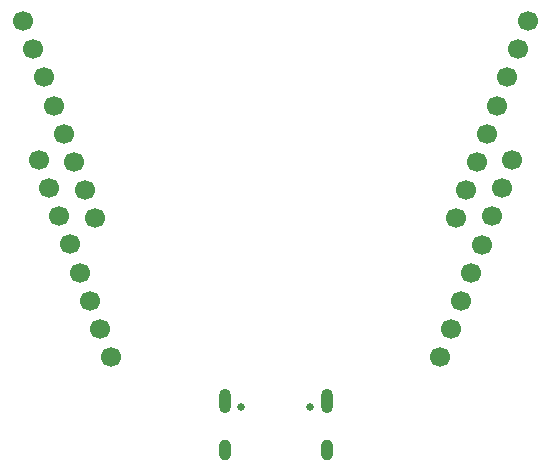
<source format=gbr>
%TF.GenerationSoftware,KiCad,Pcbnew,8.0.4*%
%TF.CreationDate,2024-08-07T12:18:04+02:00*%
%TF.ProjectId,Shard,53686172-642e-46b6-9963-61645f706362,rev?*%
%TF.SameCoordinates,Original*%
%TF.FileFunction,Soldermask,Bot*%
%TF.FilePolarity,Negative*%
%FSLAX46Y46*%
G04 Gerber Fmt 4.6, Leading zero omitted, Abs format (unit mm)*
G04 Created by KiCad (PCBNEW 8.0.4) date 2024-08-07 12:18:04*
%MOMM*%
%LPD*%
G01*
G04 APERTURE LIST*
G04 Aperture macros list*
%AMHorizOval*
0 Thick line with rounded ends*
0 $1 width*
0 $2 $3 position (X,Y) of the first rounded end (center of the circle)*
0 $4 $5 position (X,Y) of the second rounded end (center of the circle)*
0 Add line between two ends*
20,1,$1,$2,$3,$4,$5,0*
0 Add two circle primitives to create the rounded ends*
1,1,$1,$2,$3*
1,1,$1,$4,$5*%
G04 Aperture macros list end*
%ADD10HorizOval,1.700000X0.000000X0.000000X0.000000X0.000000X0*%
%ADD11HorizOval,1.700000X0.000000X0.000000X0.000000X0.000000X0*%
%ADD12C,0.650000*%
%ADD13O,1.000000X2.100000*%
%ADD14O,1.000000X1.800000*%
G04 APERTURE END LIST*
D10*
%TO.C,J5*%
X127162613Y-93329084D03*
X128031344Y-95715903D03*
X128900075Y-98102723D03*
X129768806Y-100489542D03*
X130637538Y-102876361D03*
X131506269Y-105263180D03*
X132375000Y-107650000D03*
X133243731Y-110036819D03*
%TD*%
%TO.C,J4*%
X125843882Y-81567265D03*
X126712613Y-83954084D03*
X127581344Y-86340904D03*
X128450075Y-88727723D03*
X129318807Y-91114542D03*
X130187538Y-93501361D03*
X131056269Y-95888181D03*
X131925000Y-98275000D03*
%TD*%
D11*
%TO.C,J2*%
X161175000Y-110050000D03*
X162043731Y-107663181D03*
X162912462Y-105276361D03*
X163781193Y-102889542D03*
X164649925Y-100502723D03*
X165518656Y-98115904D03*
X166387387Y-95729084D03*
X167256118Y-93342265D03*
%TD*%
%TO.C,J3*%
X162500000Y-98275000D03*
X163368731Y-95888181D03*
X164237463Y-93501361D03*
X165106193Y-91114542D03*
X165974924Y-88727723D03*
X166843655Y-86340904D03*
X167712387Y-83954084D03*
X168581118Y-81567265D03*
%TD*%
D12*
%TO.C,J1*%
X144320000Y-114225000D03*
X150100000Y-114225000D03*
D13*
X142890000Y-113725000D03*
D14*
X142890000Y-117905000D03*
D13*
X151530000Y-113725000D03*
D14*
X151530000Y-117905000D03*
%TD*%
M02*

</source>
